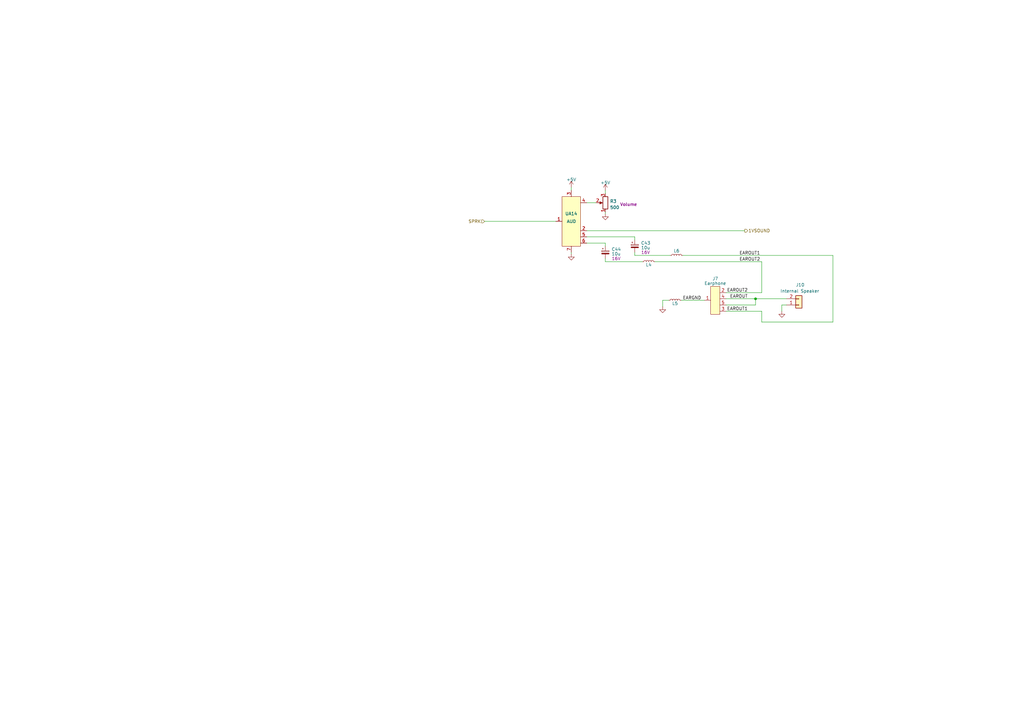
<source format=kicad_sch>
(kicad_sch (version 20230121) (generator eeschema)
  (paper "A3")
  (title_block (title "Sound") (date "2023-05-05") (rev "2") (company "bald.ee/bitpreserve") (comment 1 "Apple IIc ROM255"))
  (lib_symbols
    (symbol "Apple IIc Schematic Symbols:AUD"
      (property "Reference" "U" (at -1.27 4.445 0))
      (property "Value" "AUD" (at 0 -3.175 0))
      (symbol "AUD_0_0"
        (pin input line (at -6.35 0 0) (length 2.54) (name "") (number "1"))
        (pin output line (at 6.35 -3.81 180) (length 2.54) (name "") (number "2"))
        (pin power_in line (at 0 12.7 270) (length 2.54) (name "") (number "3"))
        (pin input line (at 6.35 7.62 180) (length 2.54) (name "") (number "4"))
        (pin output line (at 6.35 -6.35 180) (length 2.54) (name "") (number "5"))
        (pin output line (at 6.35 -8.89 180) (length 2.54) (name "") (number "6"))
        (pin power_in line (at 0 -12.7 90) (length 2.54) (name "") (number "7"))
      )
      (symbol "AUD_0_1"
        (rectangle (start -3.81 10.16) (end 3.81 -10.16) (fill (type background)))
      )
    )
    (symbol "Apple IIc Schematic Symbols:Conn_Earphone-IIc-5pin"
      (property "Reference" "J" (at 0 8.89 0))
      (property "Value" "Earphone" (at 0 6.985 0))
      (symbol "Conn_Earphone-IIc-5pin_0_0"
        (pin passive line (at -4.445 0 0) (length 2.54) (name "") (number "1"))
        (pin passive line (at 4.445 3.175 180) (length 2.54) (name "") (number "2"))
        (pin passive line (at 4.445 -4.445 180) (length 2.54) (name "") (number "3"))
        (pin passive line (at 4.445 0.635 180) (length 2.54) (name "") (number "4"))
        (pin passive line (at 4.445 -1.905 180) (length 2.54) (name "") (number "5"))
      )
      (symbol "Conn_Earphone-IIc-5pin_0_1"
        (rectangle (start -1.905 5.715) (end 1.905 -5.715) (fill (type background)))
      )
    )
    (symbol "Connector_Generic:Conn_01x02" (pin_names (offset 1.016) hide)
      (property "Reference" "J" (at 0 2.54 0))
      (property "Value" "Conn_01x02" (at 0 -5.08 0))
      (symbol "Conn_01x02_1_1"
        (rectangle (start -1.27 -2.413) (end 0 -2.667) (stroke (width 0.1524)))
        (rectangle (start -1.27 0.127) (end 0 -0.127) (stroke (width 0.1524)))
        (rectangle (start -1.27 1.27) (end 1.27 -3.81) (stroke (width 0.254)) (fill (type background)))
        (pin passive line (at -5.08 0 0) (length 3.81) (name "Pin_1") (number "1"))
        (pin passive line (at -5.08 -2.54 0) (length 3.81) (name "Pin_2") (number "2"))
      )
    )
    (symbol "Device:C_Polarized_Small" (pin_numbers hide) (pin_names (offset 0.254) hide)
      (property "Reference" "C" (at 0.254 1.778 0))
      (property "Value" "C_Polarized_Small" (at 0.254 -2.032 0))
      (symbol "C_Polarized_Small_0_1"
        (rectangle (start -1.524 -0.3048) (end 1.524 -0.6858) (fill (type outline)))
        (rectangle (start -1.524 0.6858) (end 1.524 0.3048))
        (polyline (pts (xy -1.27 1.524) (xy -0.762 1.524)))
        (polyline (pts (xy -1.016 1.27) (xy -1.016 1.778)))
      )
      (symbol "C_Polarized_Small_1_1"
        (pin passive line (at 0 2.54 270) (length 1.8542) (name "~") (number "1"))
        (pin passive line (at 0 -2.54 90) (length 1.8542) (name "~") (number "2"))
      )
    )
    (symbol "Device:L_Small" (pin_numbers hide) (pin_names (offset 0.254) hide)
      (property "Reference" "L" (at 0.762 1.016 0))
      (property "Value" "L_Small" (at 0.762 -1.016 0))
      (symbol "L_Small_0_1"
        (arc (start 0 -2.032) (mid 0.5058 -1.524) (end 0 -1.016))
        (arc (start 0 -1.016) (mid 0.5058 -0.508) (end 0 0))
        (arc (start 0 0) (mid 0.5058 0.508) (end 0 1.016))
        (arc (start 0 1.016) (mid 0.5058 1.524) (end 0 2.032))
      )
      (symbol "L_Small_1_1"
        (pin passive line (at 0 2.54 270) (length 0.508) (name "~") (number "1"))
        (pin passive line (at 0 -2.54 90) (length 0.508) (name "~") (number "2"))
      )
    )
    (symbol "Device:R_Potentiometer" (pin_names (offset 1.016) hide)
      (property "Reference" "RV" (at -4.445 0 90))
      (property "Value" "R_Potentiometer" (at -2.54 0 90))
      (symbol "R_Potentiometer_0_1"
        (polyline (pts (xy 2.54 0) (xy 1.524 0)))
        (polyline (pts (xy 1.143 0) (xy 2.286 0.508) (xy 2.286 -0.508) (xy 1.143 0)) (fill (type outline)))
        (rectangle (start 1.016 2.54) (end -1.016 -2.54) (stroke (width 0.254)))
      )
      (symbol "R_Potentiometer_1_1"
        (pin passive line (at 0 3.81 270) (length 1.27) (name "1") (number "1"))
        (pin passive line (at 3.81 0 180) (length 1.27) (name "2") (number "2"))
        (pin passive line (at 0 -3.81 90) (length 1.27) (name "3") (number "3"))
      )
    )
    (symbol "power:+5V" (power) (pin_names (offset 0))
      (property "Value" "+5V" (at 0 3.556 0))
      (symbol "+5V_0_1"
        (polyline (pts (xy -0.762 1.27) (xy 0 2.54)))
        (polyline (pts (xy 0 0) (xy 0 2.54)))
        (polyline (pts (xy 0 2.54) (xy 0.762 1.27)))
      )
      (symbol "+5V_1_1"
        (pin power_in line (at 0 0 90) (length 0) hide (name "+5V") (number "1"))
      )
    )
    (symbol "power:GND" (power) (pin_names (offset 0))
      (property "Value" "GND" (at 0 -3.81 0))
      (symbol "GND_0_1"
        (polyline (pts (xy 0 0) (xy 0 -1.27) (xy 1.27 -1.27) (xy 0 -2.54) (xy -1.27 -1.27) (xy 0 -1.27)))
      )
      (symbol "GND_1_1"
        (pin power_in line (at 0 0 270) (length 0) hide (name "GND") (number "1"))
      )
    )
  )
  (junction (at 309.88 122.555))
  (wire (pts (xy 297.815 127.635) (xy 312.42 127.635)))
  (wire (pts (xy 240.665 94.615) (xy 305.435 94.615)))
  (wire (pts (xy 240.665 83.185) (xy 244.475 83.185)))
  (wire (pts (xy 280.035 104.775) (xy 341.63 104.775)))
  (wire (pts (xy 320.675 125.095) (xy 322.58 125.095)))
  (wire (pts (xy 260.35 103.505) (xy 260.35 104.775)))
  (wire (pts (xy 248.285 106.045) (xy 248.285 107.315)))
  (wire (pts (xy 312.42 132.08) (xy 312.42 127.635)))
  (wire (pts (xy 248.285 99.695) (xy 248.285 100.965)))
  (wire (pts (xy 234.315 103.505) (xy 234.315 104.14)))
  (wire (pts (xy 260.35 97.155) (xy 260.35 98.425)))
  (wire (pts (xy 297.815 122.555) (xy 309.88 122.555)))
  (wire (pts (xy 248.285 107.315) (xy 263.525 107.315)))
  (wire (pts (xy 240.665 99.695) (xy 248.285 99.695)))
  (wire (pts (xy 260.35 104.775) (xy 274.955 104.775)))
  (wire (pts (xy 297.815 120.015) (xy 312.42 120.015)))
  (wire (pts (xy 248.285 86.995) (xy 248.285 87.63)))
  (wire (pts (xy 234.315 76.835) (xy 234.315 78.105)))
  (wire (pts (xy 341.63 104.775) (xy 341.63 132.08)))
  (wire (pts (xy 341.63 132.08) (xy 312.42 132.08)))
  (wire (pts (xy 198.755 90.805) (xy 227.965 90.805)))
  (wire (pts (xy 271.78 125.73) (xy 271.78 123.19)))
  (wire (pts (xy 268.605 107.315) (xy 312.42 107.315)))
  (wire (pts (xy 309.88 122.555) (xy 322.58 122.555)))
  (wire (pts (xy 312.42 107.315) (xy 312.42 120.015)))
  (wire (pts (xy 297.815 125.095) (xy 309.88 125.095)))
  (wire (pts (xy 248.285 78.105) (xy 248.285 79.375)))
  (wire (pts (xy 271.78 123.19) (xy 274.32 123.19)))
  (wire (pts (xy 279.4 123.19) (xy 288.925 123.19)))
  (wire (pts (xy 240.665 97.155) (xy 260.35 97.155)))
  (wire (pts (xy 320.675 127.635) (xy 320.675 125.095)))
  (wire (pts (xy 309.88 125.095) (xy 309.88 122.555)))
  (label "EAROUT" (at 306.705 122.555 180))
  (label "EAROUT2" (at 306.705 120.015 180))
  (label "EARGND" (at 280.035 123.19 0))
  (label "EAROUT1" (at 306.705 127.635 180))
  (label "EAROUT1" (at 311.785 104.775 180))
  (label "EAROUT2" (at 311.785 107.315 180))
  (hierarchical_label "1VSOUND" (shape output) (at 305.435 94.615 0))
  (hierarchical_label "SPRK" (shape input) (at 198.755 90.805 180))
  (symbol (lib_id "power:GND") (at 234.315 104.14 0) (unit 1)
    (property "Reference" "#PWR0108" (effects hide))
    (property "Value" "GND" (effects hide))
    (instances (project "Apple IIc" (path "" (reference "#PWR0108") (unit 1)) (path "" (reference "#PWR0106") (unit 1))))
  )
  (symbol (lib_id "Device:C_Polarized_Small") (at 248.285 103.505 0) (unit 1)
    (property "Reference" "C44" (at 250.825 102.235 0) (effects (justify left)))
    (property "Value" "10u" (at 250.825 104.14 0) (effects (justify left)))
    (property "Voltage" "16V" (at 252.73 106.045 0))
    (instances (project "Apple IIc" (path "" (reference "C44") (unit 1)) (path "" (reference "C31") (unit 1))))
  )
  (symbol (lib_id "power:GND") (at 320.675 127.635 0) (unit 1)
    (property "Reference" "#PWR0109" (effects hide))
    (property "Value" "GND" (effects hide))
    (instances (project "Apple IIc" (path "" (reference "#PWR0109") (unit 1)) (path "" (reference "#PWR0152") (unit 1))))
  )
  (symbol (lib_id "Device:L_Small") (at 277.495 104.775 90) (unit 1)
    (property "Reference" "L6" (at 277.495 102.87 90))
    (property "Value" "L_Small" (effects hide))
    (instances (project "Apple IIc" (path "" (reference "L6") (unit 1)) (path "" (reference "L5") (unit 1))))
  )
  (symbol (lib_id "power:GND") (at 248.285 87.63 0) (unit 1)
    (property "Reference" "#PWR0107" (effects hide))
    (property "Value" "GND" (effects hide))
    (instances (project "Apple IIc" (path "" (reference "#PWR0107") (unit 1)) (path "" (reference "#PWR0108") (unit 1))))
  )
  (symbol (lib_id "Apple IIc Schematic Symbols:Conn_Earphone-IIc-5pin") (at 293.37 123.19 0) (unit 1)
    (property "Reference" "J7" (at 293.37 114.3 0))
    (property "Value" "Earphone" (at 293.37 116.205 0))
  )
  (symbol (lib_id "power:+5V") (at 248.285 78.105 0) (unit 1)
    (property "Reference" "#PWR0105" (effects hide))
    (property "Value" "+5V" (at 248.285 74.93 0))
    (instances (project "Apple IIc" (path "" (reference "#PWR0105") (unit 1)) (path "" (reference "#PWR0107") (unit 1))))
  )
  (symbol (lib_id "Connector_Generic:Conn_01x02") (at 327.66 125.095 0) (mirror x) (unit 1)
    (property "Reference" "J10" (at 326.39 116.84 0) (effects (justify left)))
    (property "Value" "Internal Speaker" (at 320.04 119.38 0) (effects (justify left)))
  )
  (symbol (lib_id "Apple IIc Schematic Symbols:AUD") (at 234.315 90.805 0) (unit 1)
    (property "Reference" "UA14" (at 231.775 87.63 0) (effects (justify left)))
    (property "Value" "AUD" (at 232.41 90.805 0) (effects (justify left)))
    (instances (project "Apple IIc" (path "" (reference "UA14") (unit 1)) (path "" (reference "UA1") (unit 1))))
  )
  (symbol (lib_id "power:GND") (at 271.78 125.73 0) (unit 1)
    (property "Reference" "#PWR0109" (effects hide))
    (property "Value" "GND" (effects hide))
  )
  (symbol (lib_id "Device:R_Potentiometer") (at 248.285 83.185 180) (unit 1)
    (property "Reference" "R3" (at 250.19 82.55 0) (effects (justify right)))
    (property "Value" "500" (at 250.19 85.09 0) (effects (justify right)))
    (property "Function" "Volume" (at 257.81 83.82 0))
  )
  (symbol (lib_id "Device:L_Small") (at 276.86 123.19 90) (unit 1)
    (property "Reference" "L5" (at 276.86 124.46 90))
    (property "Value" "L_Small" (effects hide))
    (instances (project "Apple IIc" (path "" (reference "L5") (unit 1)) (path "" (reference "L6") (unit 1))))
  )
  (symbol (lib_id "power:+5V") (at 234.315 76.835 0) (unit 1)
    (property "Reference" "#PWR0106" (effects hide))
    (property "Value" "+5V" (at 234.315 73.66 0))
    (instances (project "Apple IIc" (path "" (reference "#PWR0106") (unit 1)) (path "" (reference "#PWR0105") (unit 1))))
  )
  (symbol (lib_id "Device:L_Small") (at 266.065 107.315 90) (unit 1)
    (property "Reference" "L4" (at 266.065 108.585 90))
    (property "Value" "L_Small" (effects hide))
  )
  (symbol (lib_id "Device:C_Polarized_Small") (at 260.35 100.965 0) (unit 1)
    (property "Reference" "C43" (at 262.89 99.695 0) (effects (justify left)))
    (property "Value" "10u" (at 262.89 101.6 0) (effects (justify left)))
    (property "Voltage" "16V" (at 264.795 103.505 0))
    (instances (project "Apple IIc" (path "" (reference "C43") (unit 1)) (path "" (reference "C32") (unit 1))))
  )
)
</source>
